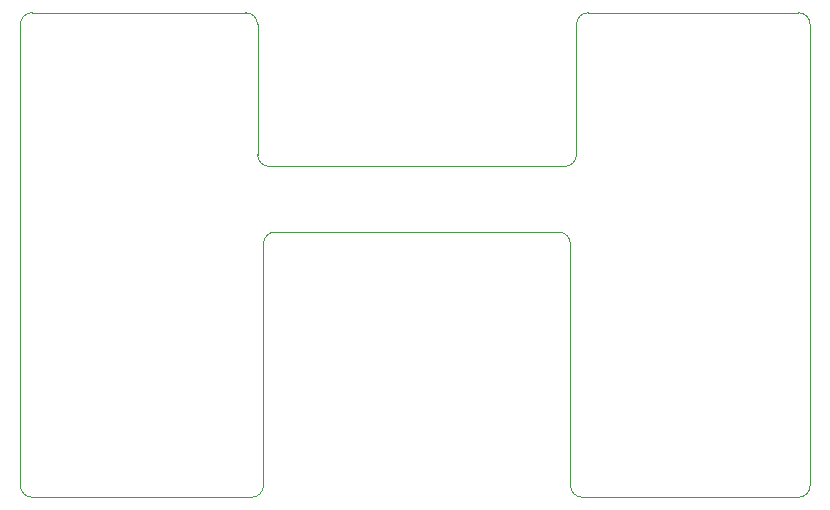
<source format=gbr>
%TF.GenerationSoftware,KiCad,Pcbnew,7.0.2*%
%TF.CreationDate,2024-04-10T14:05:27+02:00*%
%TF.ProjectId,Support_TTGO_invers_,53757070-6f72-4745-9f54-54474f5f696e,rev?*%
%TF.SameCoordinates,Original*%
%TF.FileFunction,Profile,NP*%
%FSLAX46Y46*%
G04 Gerber Fmt 4.6, Leading zero omitted, Abs format (unit mm)*
G04 Created by KiCad (PCBNEW 7.0.2) date 2024-04-10 14:05:27*
%MOMM*%
%LPD*%
G01*
G04 APERTURE LIST*
%TA.AperFunction,Profile*%
%ADD10C,0.100000*%
%TD*%
G04 APERTURE END LIST*
D10*
X127000000Y-67970000D02*
X108920000Y-67970000D01*
X156000000Y-67970000D02*
G75*
G03*
X155000000Y-68970000I0J-1000000D01*
G01*
X129500000Y-86540000D02*
X153500000Y-86550000D01*
X128500000Y-87540000D02*
X128500000Y-108000000D01*
X128000000Y-68970000D02*
G75*
G03*
X127000000Y-67970000I-1000000J0D01*
G01*
X107920000Y-68970000D02*
X107920000Y-108000000D01*
X173790000Y-109000000D02*
G75*
G03*
X174790000Y-108000000I0J1000000D01*
G01*
X129000000Y-80990000D02*
X154000000Y-80990000D01*
X155000000Y-79990000D02*
X155000000Y-68970000D01*
X128000000Y-68970000D02*
X128000000Y-79990000D01*
X174790000Y-68970000D02*
G75*
G03*
X173790000Y-67970000I-1000000J0D01*
G01*
X154490000Y-87540000D02*
G75*
G03*
X153500000Y-86550000I-990000J0D01*
G01*
X154490000Y-107990000D02*
G75*
G03*
X155500000Y-109000000I1010000J0D01*
G01*
X127500000Y-109000000D02*
X108920000Y-109000000D01*
X108920000Y-67970000D02*
G75*
G03*
X107920000Y-68970000I0J-1000000D01*
G01*
X174790000Y-68970000D02*
X174790000Y-108000000D01*
X154490000Y-87540000D02*
X154490000Y-107990000D01*
X155500000Y-109000000D02*
X173790000Y-109000000D01*
X173790000Y-67970000D02*
X156000000Y-67970000D01*
X127500000Y-109000000D02*
G75*
G03*
X128500000Y-108000000I0J1000000D01*
G01*
X107920000Y-108000000D02*
G75*
G03*
X108920000Y-109000000I1000000J0D01*
G01*
X154000000Y-80990000D02*
G75*
G03*
X155000000Y-79990000I0J1000000D01*
G01*
X129500000Y-86540000D02*
G75*
G03*
X128500000Y-87540000I0J-1000000D01*
G01*
X128000000Y-79990000D02*
G75*
G03*
X129000000Y-80990000I1000000J0D01*
G01*
M02*

</source>
